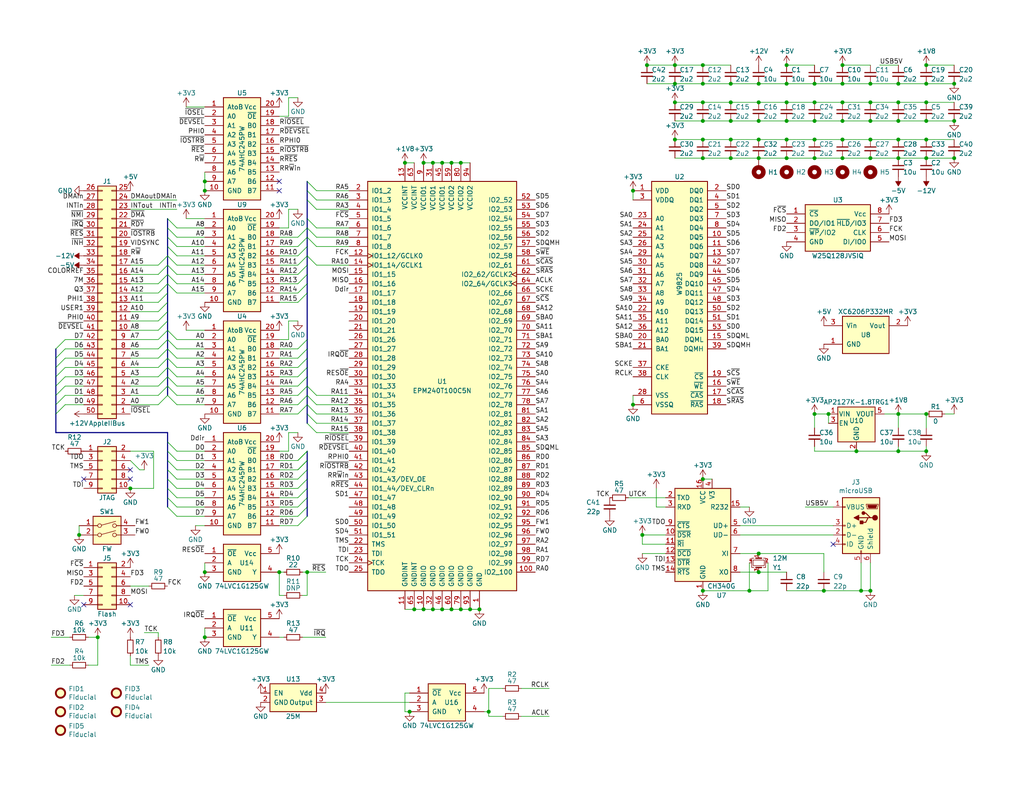
<source format=kicad_sch>
(kicad_sch (version 20230121) (generator eeschema)
  (paper "USLetter")
  (title_block (title "GR8RAM") (date "2021-04-20") (rev "1.9") (company "Garrett's Workshop"))
  (junction (at 214.63 27.94))
  (junction (at 224.79 161.29))
  (junction (at 214.63 17.78))
  (junction (at 191.77 43.18))
  (junction (at 207.01 151.13))
  (junction (at 55.88 173.99))
  (junction (at 111.76 194.31))
  (junction (at 191.77 38.1))
  (junction (at 229.87 38.1))
  (junction (at 191.77 33.02))
  (junction (at 55.88 52.07))
  (junction (at 115.57 166.37))
  (junction (at 237.49 22.86))
  (junction (at 245.11 33.02))
  (junction (at 245.11 123.19))
  (junction (at 214.63 38.1))
  (junction (at 21.59 146.05))
  (junction (at 115.57 44.45))
  (junction (at 222.25 27.94))
  (junction (at 245.11 27.94))
  (junction (at 128.27 166.37))
  (junction (at 245.11 38.1))
  (junction (at 123.19 166.37))
  (junction (at 252.73 22.86))
  (junction (at 184.15 27.94))
  (junction (at 237.49 27.94))
  (junction (at 110.49 44.45))
  (junction (at 222.25 33.02))
  (junction (at 207.01 22.86))
  (junction (at 76.2 156.21))
  (junction (at 118.11 166.37))
  (junction (at 184.15 38.1))
  (junction (at 35.56 133.35))
  (junction (at 118.11 44.45))
  (junction (at 207.01 33.02))
  (junction (at 184.15 17.78))
  (junction (at 260.35 22.86))
  (junction (at 26.67 173.99))
  (junction (at 252.73 43.18))
  (junction (at 199.39 27.94))
  (junction (at 113.03 166.37))
  (junction (at 233.68 123.19))
  (junction (at 252.73 33.02))
  (junction (at 252.73 113.03))
  (junction (at 229.87 22.86))
  (junction (at 120.65 166.37))
  (junction (at 123.19 44.45))
  (junction (at 125.73 166.37))
  (junction (at 204.47 161.29))
  (junction (at 237.49 33.02))
  (junction (at 55.88 49.53))
  (junction (at 214.63 33.02))
  (junction (at 199.39 43.18))
  (junction (at 245.11 113.03))
  (junction (at 237.49 43.18))
  (junction (at 191.77 161.29))
  (junction (at 172.72 52.07))
  (junction (at 207.01 38.1))
  (junction (at 133.35 194.31))
  (junction (at 222.25 113.03))
  (junction (at 191.77 130.81))
  (junction (at 229.87 33.02))
  (junction (at 176.53 17.78))
  (junction (at 83.82 156.21))
  (junction (at 229.87 27.94))
  (junction (at 191.77 22.86))
  (junction (at 120.65 44.45))
  (junction (at 207.01 156.21))
  (junction (at 199.39 22.86))
  (junction (at 55.88 156.21))
  (junction (at 199.39 38.1))
  (junction (at 260.35 33.02))
  (junction (at 252.73 27.94))
  (junction (at 229.87 17.78))
  (junction (at 252.73 38.1))
  (junction (at 214.63 22.86))
  (junction (at 214.63 43.18))
  (junction (at 172.72 110.49))
  (junction (at 222.25 22.86))
  (junction (at 252.73 17.78))
  (junction (at 207.01 27.94))
  (junction (at 237.49 38.1))
  (junction (at 184.15 22.86))
  (junction (at 175.26 146.05))
  (junction (at 237.49 161.29))
  (junction (at 191.77 27.94))
  (junction (at 245.11 22.86))
  (junction (at 234.95 161.29))
  (junction (at 199.39 33.02))
  (junction (at 130.81 166.37))
  (junction (at 260.35 43.18))
  (junction (at 245.11 43.18))
  (junction (at 207.01 43.18))
  (junction (at 191.77 17.78))
  (junction (at 226.06 113.03))
  (junction (at 222.25 38.1))
  (junction (at 229.87 43.18))
  (junction (at 125.73 44.45))
  (junction (at 252.73 123.19))
  (junction (at 222.25 43.18))
  (no_connect (at 22.86 165.1))
  (no_connect (at 227.33 148.59))
  (no_connect (at 22.86 130.81))
  (no_connect (at 76.2 52.07))
  (no_connect (at 35.56 165.1))
  (no_connect (at 35.56 128.27))
  (no_connect (at 35.56 130.81))
  (no_connect (at 76.2 49.53))
  (bus_entry (at 83.82 77.47) (size -2.54 2.54))
  (bus_entry (at 45.72 80.01) (size -2.54 2.54))
  (bus_entry (at 45.72 82.55) (size -2.54 2.54))
  (bus_entry (at 15.24 97.79) (size 2.54 -2.54))
  (bus_entry (at 81.28 100.33) (size 2.54 -2.54))
  (bus_entry (at 48.26 110.49) (size -2.54 -2.54))
  (bus_entry (at 81.28 140.97) (size 2.54 -2.54))
  (bus_entry (at 83.82 64.77) (size -2.54 2.54))
  (bus_entry (at 45.72 97.79) (size -2.54 2.54))
  (bus_entry (at 81.28 143.51) (size 2.54 -2.54))
  (bus_entry (at 81.28 128.27) (size 2.54 -2.54))
  (bus_entry (at 45.72 123.19) (size 2.54 2.54))
  (bus_entry (at 81.28 97.79) (size 2.54 -2.54))
  (bus_entry (at 45.72 77.47) (size -2.54 2.54))
  (bus_entry (at 83.82 67.31) (size -2.54 2.54))
  (bus_entry (at 81.28 105.41) (size 2.54 -2.54))
  (bus_entry (at 86.36 64.77) (size -2.54 -2.54))
  (bus_entry (at 45.72 72.39) (size 2.54 2.54))
  (bus_entry (at 86.36 57.15) (size -2.54 -2.54))
  (bus_entry (at 48.26 95.25) (size -2.54 -2.54))
  (bus_entry (at 86.36 115.57) (size -2.54 -2.54))
  (bus_entry (at 81.28 133.35) (size 2.54 -2.54))
  (bus_entry (at 45.72 77.47) (size 2.54 2.54))
  (bus_entry (at 15.24 107.95) (size 2.54 -2.54))
  (bus_entry (at 81.28 107.95) (size 2.54 -2.54))
  (bus_entry (at 45.72 107.95) (size -2.54 2.54))
  (bus_entry (at 45.72 102.87) (size -2.54 2.54))
  (bus_entry (at 45.72 72.39) (size -2.54 2.54))
  (bus_entry (at 45.72 64.77) (size 2.54 2.54))
  (bus_entry (at 45.72 85.09) (size -2.54 2.54))
  (bus_entry (at 81.28 128.27) (size 2.54 -2.54))
  (bus_entry (at 48.26 102.87) (size -2.54 -2.54))
  (bus_entry (at 48.26 97.79) (size -2.54 -2.54))
  (bus_entry (at 83.82 74.93) (size -2.54 2.54))
  (bus_entry (at 45.72 59.69) (size 2.54 2.54))
  (bus_entry (at 45.72 95.25) (size -2.54 2.54))
  (bus_entry (at 81.28 125.73) (size 2.54 -2.54))
  (bus_entry (at 45.72 120.65) (size 2.54 2.54))
  (bus_entry (at 15.24 102.87) (size 2.54 -2.54))
  (bus_entry (at 83.82 92.71) (size -2.54 2.54))
  (bus_entry (at 83.82 62.23) (size -2.54 2.54))
  (bus_entry (at 45.72 130.81) (size 2.54 2.54))
  (bus_entry (at 45.72 62.23) (size 2.54 2.54))
  (bus_entry (at 86.36 110.49) (size -2.54 -2.54))
  (bus_entry (at 45.72 67.31) (size 2.54 2.54))
  (bus_entry (at 15.24 100.33) (size 2.54 -2.54))
  (bus_entry (at 83.82 72.39) (size -2.54 2.54))
  (bus_entry (at 15.24 113.03) (size 2.54 -2.54))
  (bus_entry (at 45.72 128.27) (size 2.54 2.54))
  (bus_entry (at 83.82 69.85) (size -2.54 2.54))
  (bus_entry (at 86.36 72.39) (size -2.54 -2.54))
  (bus_entry (at 45.72 87.63) (size -2.54 2.54))
  (bus_entry (at 81.28 102.87) (size 2.54 -2.54))
  (bus_entry (at 86.36 67.31) (size -2.54 -2.54))
  (bus_entry (at 86.36 118.11) (size -2.54 -2.54))
  (bus_entry (at 15.24 95.25) (size 2.54 -2.54))
  (bus_entry (at 81.28 138.43) (size 2.54 -2.54))
  (bus_entry (at 45.72 125.73) (size 2.54 2.54))
  (bus_entry (at 45.72 90.17) (size -2.54 2.54))
  (bus_entry (at 83.82 80.01) (size -2.54 2.54))
  (bus_entry (at 86.36 62.23) (size -2.54 -2.54))
  (bus_entry (at 45.72 105.41) (size -2.54 2.54))
  (bus_entry (at 45.72 74.93) (size -2.54 2.54))
  (bus_entry (at 81.28 135.89) (size 2.54 -2.54))
  (bus_entry (at 45.72 69.85) (size -2.54 2.54))
  (bus_entry (at 48.26 105.41) (size -2.54 -2.54))
  (bus_entry (at 81.28 113.03) (size 2.54 -2.54))
  (bus_entry (at 48.26 92.71) (size -2.54 -2.54))
  (bus_entry (at 81.28 130.81) (size 2.54 -2.54))
  (bus_entry (at 45.72 138.43) (size 2.54 2.54))
  (bus_entry (at 48.26 107.95) (size -2.54 -2.54))
  (bus_entry (at 45.72 74.93) (size 2.54 2.54))
  (bus_entry (at 86.36 113.03) (size -2.54 -2.54))
  (bus_entry (at 45.72 100.33) (size -2.54 2.54))
  (bus_entry (at 15.24 110.49) (size 2.54 -2.54))
  (bus_entry (at 45.72 135.89) (size 2.54 2.54))
  (bus_entry (at 81.28 110.49) (size 2.54 -2.54))
  (bus_entry (at 86.36 52.07) (size -2.54 -2.54))
  (bus_entry (at 15.24 105.41) (size 2.54 -2.54))
  (bus_entry (at 86.36 54.61) (size -2.54 -2.54))
  (bus_entry (at 48.26 100.33) (size -2.54 -2.54))
  (bus_entry (at 45.72 92.71) (size -2.54 2.54))
  (bus_entry (at 45.72 69.85) (size 2.54 2.54))
  (bus_entry (at 81.28 125.73) (size 2.54 -2.54))
  (bus_entry (at 86.36 107.95) (size -2.54 -2.54))
  (bus_entry (at 45.72 133.35) (size 2.54 2.54))
  (wire (pts (xy 245.11 116.84) (xy 245.11 113.03)))
  (wire (pts (xy 172.72 110.49) (xy 172.72 107.95)))
  (wire (pts (xy 48.26 64.77) (xy 55.88 64.77)))
  (wire (pts (xy 234.95 161.29) (xy 224.79 161.29)))
  (bus (pts (xy 83.82 54.61) (xy 83.82 59.69)))
  (wire (pts (xy 175.26 151.13) (xy 181.61 151.13)))
  (wire (pts (xy 76.2 162.56) (xy 77.47 162.56)))
  (wire (pts (xy 214.63 17.78) (xy 222.25 17.78)))
  (wire (pts (xy 35.56 102.87) (xy 43.18 102.87)))
  (wire (pts (xy 43.18 172.72) (xy 39.37 172.72)))
  (bus (pts (xy 45.72 102.87) (xy 45.72 105.41)))
  (wire (pts (xy 13.97 181.61) (xy 19.05 181.61)))
  (wire (pts (xy 222.25 43.18) (xy 229.87 43.18)))
  (bus (pts (xy 83.82 80.01) (xy 83.82 92.71)))
  (wire (pts (xy 113.03 166.37) (xy 110.49 166.37)))
  (wire (pts (xy 237.49 153.67) (xy 237.49 161.29)))
  (wire (pts (xy 17.78 95.25) (xy 22.86 95.25)))
  (bus (pts (xy 45.72 95.25) (xy 45.72 97.79)))
  (bus (pts (xy 83.82 69.85) (xy 83.82 72.39)))
  (wire (pts (xy 222.25 27.94) (xy 229.87 27.94)))
  (bus (pts (xy 45.72 100.33) (xy 45.72 102.87)))
  (bus (pts (xy 15.24 113.03) (xy 15.24 118.11)))
  (wire (pts (xy 86.36 72.39) (xy 95.25 72.39)))
  (bus (pts (xy 83.82 49.53) (xy 83.82 52.07)))
  (wire (pts (xy 82.55 162.56) (xy 83.82 162.56)))
  (wire (pts (xy 76.2 143.51) (xy 81.28 143.51)))
  (wire (pts (xy 260.35 27.94) (xy 252.73 27.94)))
  (wire (pts (xy 35.56 87.63) (xy 43.18 87.63)))
  (wire (pts (xy 86.36 115.57) (xy 95.25 115.57)))
  (wire (pts (xy 86.36 52.07) (xy 95.25 52.07)))
  (wire (pts (xy 83.82 156.21) (xy 88.9 156.21)))
  (wire (pts (xy 184.15 38.1) (xy 191.77 38.1)))
  (wire (pts (xy 237.49 43.18) (xy 245.11 43.18)))
  (wire (pts (xy 171.45 135.89) (xy 181.61 135.89)))
  (wire (pts (xy 86.36 67.31) (xy 95.25 67.31)))
  (wire (pts (xy 82.55 156.21) (xy 83.82 156.21)))
  (wire (pts (xy 133.35 194.31) (xy 133.35 195.58)))
  (wire (pts (xy 245.11 123.19) (xy 233.68 123.19)))
  (wire (pts (xy 48.26 100.33) (xy 55.88 100.33)))
  (bus (pts (xy 83.82 72.39) (xy 83.82 74.93)))
  (wire (pts (xy 76.2 107.95) (xy 81.28 107.95)))
  (wire (pts (xy 86.36 57.15) (xy 95.25 57.15)))
  (wire (pts (xy 35.56 181.61) (xy 40.64 181.61)))
  (wire (pts (xy 48.26 135.89) (xy 55.88 135.89)))
  (wire (pts (xy 219.71 138.43) (xy 227.33 138.43)))
  (wire (pts (xy 214.63 43.18) (xy 222.25 43.18)))
  (wire (pts (xy 245.11 38.1) (xy 252.73 38.1)))
  (bus (pts (xy 45.72 82.55) (xy 45.72 85.09)))
  (wire (pts (xy 35.56 95.25) (xy 43.18 95.25)))
  (wire (pts (xy 204.47 153.67) (xy 204.47 161.29)))
  (wire (pts (xy 245.11 33.02) (xy 252.73 33.02)))
  (wire (pts (xy 110.49 194.31) (xy 111.76 194.31)))
  (bus (pts (xy 83.82 92.71) (xy 83.82 95.25)))
  (wire (pts (xy 222.25 113.03) (xy 226.06 113.03)))
  (wire (pts (xy 13.97 173.99) (xy 19.05 173.99)))
  (wire (pts (xy 48.26 130.81) (xy 55.88 130.81)))
  (wire (pts (xy 81.28 26.67) (xy 78.74 26.67)))
  (wire (pts (xy 222.25 123.19) (xy 222.25 121.92)))
  (wire (pts (xy 76.2 113.03) (xy 81.28 113.03)))
  (bus (pts (xy 83.82 130.81) (xy 83.82 133.35)))
  (wire (pts (xy 184.15 33.02) (xy 191.77 33.02)))
  (wire (pts (xy 191.77 22.86) (xy 199.39 22.86)))
  (wire (pts (xy 55.88 171.45) (xy 55.88 173.99)))
  (wire (pts (xy 78.74 118.11) (xy 81.28 118.11)))
  (bus (pts (xy 45.72 69.85) (xy 45.72 72.39)))
  (wire (pts (xy 199.39 27.94) (xy 207.01 27.94)))
  (wire (pts (xy 199.39 33.02) (xy 207.01 33.02)))
  (bus (pts (xy 83.82 77.47) (xy 83.82 80.01)))
  (wire (pts (xy 214.63 33.02) (xy 207.01 33.02)))
  (wire (pts (xy 191.77 27.94) (xy 199.39 27.94)))
  (wire (pts (xy 76.2 74.93) (xy 81.28 74.93)))
  (bus (pts (xy 83.82 64.77) (xy 83.82 67.31)))
  (wire (pts (xy 175.26 148.59) (xy 175.26 146.05)))
  (bus (pts (xy 83.82 95.25) (xy 83.82 97.79)))
  (wire (pts (xy 48.26 57.15) (xy 35.56 57.15)))
  (wire (pts (xy 76.2 138.43) (xy 81.28 138.43)))
  (wire (pts (xy 245.11 43.18) (xy 252.73 43.18)))
  (wire (pts (xy 48.26 125.73) (xy 55.88 125.73)))
  (wire (pts (xy 35.56 105.41) (xy 43.18 105.41)))
  (wire (pts (xy 48.26 140.97) (xy 55.88 140.97)))
  (bus (pts (xy 83.82 123.19) (xy 83.82 125.73)))
  (bus (pts (xy 83.82 105.41) (xy 83.82 107.95)))
  (wire (pts (xy 110.49 44.45) (xy 113.03 44.45)))
  (wire (pts (xy 20.32 162.56) (xy 22.86 162.56)))
  (bus (pts (xy 83.82 107.95) (xy 83.82 110.49)))
  (wire (pts (xy 50.8 29.21) (xy 55.88 29.21)))
  (wire (pts (xy 201.93 138.43) (xy 204.47 138.43)))
  (bus (pts (xy 15.24 95.25) (xy 15.24 97.79)))
  (bus (pts (xy 15.24 97.79) (xy 15.24 100.33)))
  (bus (pts (xy 83.82 59.69) (xy 83.82 62.23)))
  (bus (pts (xy 45.72 92.71) (xy 45.72 95.25)))
  (wire (pts (xy 224.79 161.29) (xy 214.63 161.29)))
  (bus (pts (xy 45.72 128.27) (xy 45.72 130.81)))
  (wire (pts (xy 76.2 64.77) (xy 81.28 64.77)))
  (wire (pts (xy 86.36 118.11) (xy 95.25 118.11)))
  (wire (pts (xy 237.49 22.86) (xy 245.11 22.86)))
  (wire (pts (xy 130.81 166.37) (xy 128.27 166.37)))
  (wire (pts (xy 48.26 62.23) (xy 55.88 62.23)))
  (wire (pts (xy 229.87 43.18) (xy 237.49 43.18)))
  (bus (pts (xy 83.82 74.93) (xy 83.82 77.47)))
  (wire (pts (xy 181.61 148.59) (xy 175.26 148.59)))
  (wire (pts (xy 48.26 102.87) (xy 55.88 102.87)))
  (wire (pts (xy 201.93 156.21) (xy 207.01 156.21)))
  (wire (pts (xy 38.1 128.27) (xy 35.56 125.73)))
  (wire (pts (xy 111.76 189.23) (xy 110.49 189.23)))
  (wire (pts (xy 111.76 191.77) (xy 88.9 191.77)))
  (wire (pts (xy 41.91 123.19) (xy 35.56 123.19)))
  (wire (pts (xy 41.91 123.19) (xy 41.91 133.35)))
  (wire (pts (xy 252.73 113.03) (xy 245.11 113.03)))
  (bus (pts (xy 45.72 125.73) (xy 45.72 128.27)))
  (bus (pts (xy 15.24 102.87) (xy 15.24 105.41)))
  (wire (pts (xy 76.2 140.97) (xy 81.28 140.97)))
  (wire (pts (xy 179.07 138.43) (xy 181.61 138.43)))
  (wire (pts (xy 76.2 69.85) (xy 81.28 69.85)))
  (wire (pts (xy 35.56 85.09) (xy 43.18 85.09)))
  (wire (pts (xy 78.74 92.71) (xy 76.2 92.71)))
  (wire (pts (xy 17.78 107.95) (xy 22.86 107.95)))
  (wire (pts (xy 245.11 33.02) (xy 237.49 33.02)))
  (bus (pts (xy 45.72 64.77) (xy 45.72 67.31)))
  (wire (pts (xy 209.55 153.67) (xy 209.55 161.29)))
  (wire (pts (xy 39.37 128.27) (xy 38.1 128.27)))
  (wire (pts (xy 35.56 90.17) (xy 43.18 90.17)))
  (wire (pts (xy 48.26 80.01) (xy 55.88 80.01)))
  (wire (pts (xy 207.01 22.86) (xy 214.63 22.86)))
  (wire (pts (xy 237.49 38.1) (xy 245.11 38.1)))
  (wire (pts (xy 184.15 17.78) (xy 191.77 17.78)))
  (wire (pts (xy 191.77 17.78) (xy 199.39 17.78)))
  (wire (pts (xy 133.35 195.58) (xy 137.16 195.58)))
  (wire (pts (xy 229.87 22.86) (xy 237.49 22.86)))
  (wire (pts (xy 78.74 87.63) (xy 78.74 92.71)))
  (wire (pts (xy 35.56 110.49) (xy 43.18 110.49)))
  (wire (pts (xy 76.2 105.41) (xy 81.28 105.41)))
  (wire (pts (xy 48.26 72.39) (xy 55.88 72.39)))
  (wire (pts (xy 214.63 38.1) (xy 222.25 38.1)))
  (wire (pts (xy 191.77 161.29) (xy 204.47 161.29)))
  (wire (pts (xy 17.78 105.41) (xy 22.86 105.41)))
  (wire (pts (xy 76.2 130.81) (xy 81.28 130.81)))
  (wire (pts (xy 48.26 67.31) (xy 55.88 67.31)))
  (bus (pts (xy 45.72 87.63) (xy 45.72 90.17)))
  (wire (pts (xy 245.11 113.03) (xy 241.3 113.03)))
  (wire (pts (xy 76.2 156.21) (xy 76.2 162.56)))
  (wire (pts (xy 78.74 57.15) (xy 78.74 62.23)))
  (wire (pts (xy 48.26 123.19) (xy 55.88 123.19)))
  (wire (pts (xy 17.78 100.33) (xy 22.86 100.33)))
  (bus (pts (xy 45.72 133.35) (xy 45.72 135.89)))
  (wire (pts (xy 120.65 44.45) (xy 123.19 44.45)))
  (wire (pts (xy 191.77 43.18) (xy 199.39 43.18)))
  (wire (pts (xy 48.26 95.25) (xy 55.88 95.25)))
  (wire (pts (xy 234.95 153.67) (xy 234.95 161.29)))
  (bus (pts (xy 45.72 130.81) (xy 45.72 133.35)))
  (bus (pts (xy 45.72 135.89) (xy 45.72 138.43)))
  (bus (pts (xy 45.72 67.31) (xy 45.72 69.85)))
  (bus (pts (xy 45.72 72.39) (xy 45.72 74.93)))
  (wire (pts (xy 82.55 173.99) (xy 88.9 173.99)))
  (wire (pts (xy 76.2 128.27) (xy 81.28 128.27)))
  (bus (pts (xy 45.72 97.79) (xy 45.72 100.33)))
  (wire (pts (xy 35.56 181.61) (xy 35.56 179.07)))
  (wire (pts (xy 118.11 44.45) (xy 120.65 44.45)))
  (wire (pts (xy 176.53 17.78) (xy 184.15 17.78)))
  (wire (pts (xy 35.56 107.95) (xy 43.18 107.95)))
  (wire (pts (xy 172.72 52.07) (xy 172.72 54.61)))
  (wire (pts (xy 76.2 72.39) (xy 81.28 72.39)))
  (wire (pts (xy 252.73 17.78) (xy 260.35 17.78)))
  (wire (pts (xy 252.73 123.19) (xy 252.73 121.92)))
  (bus (pts (xy 83.82 128.27) (xy 83.82 130.81)))
  (wire (pts (xy 133.35 194.31) (xy 132.08 194.31)))
  (wire (pts (xy 76.2 95.25) (xy 81.28 95.25)))
  (wire (pts (xy 76.2 100.33) (xy 81.28 100.33)))
  (wire (pts (xy 48.26 128.27) (xy 55.88 128.27)))
  (bus (pts (xy 83.82 102.87) (xy 83.82 105.41)))
  (bus (pts (xy 83.82 138.43) (xy 83.82 140.97)))
  (bus (pts (xy 45.72 123.19) (xy 45.72 125.73)))
  (wire (pts (xy 199.39 33.02) (xy 191.77 33.02)))
  (wire (pts (xy 48.26 105.41) (xy 55.88 105.41)))
  (wire (pts (xy 78.74 26.67) (xy 78.74 31.75)))
  (wire (pts (xy 76.2 67.31) (xy 81.28 67.31)))
  (wire (pts (xy 35.56 97.79) (xy 43.18 97.79)))
  (wire (pts (xy 17.78 110.49) (xy 22.86 110.49)))
  (wire (pts (xy 35.56 54.61) (xy 48.26 54.61)))
  (bus (pts (xy 45.72 59.69) (xy 45.72 62.23)))
  (wire (pts (xy 86.36 54.61) (xy 95.25 54.61)))
  (wire (pts (xy 83.82 162.56) (xy 83.82 156.21)))
  (wire (pts (xy 199.39 38.1) (xy 207.01 38.1)))
  (wire (pts (xy 227.33 143.51) (xy 201.93 143.51)))
  (wire (pts (xy 207.01 27.94) (xy 214.63 27.94)))
  (wire (pts (xy 81.28 87.63) (xy 78.74 87.63)))
  (wire (pts (xy 214.63 22.86) (xy 222.25 22.86)))
  (wire (pts (xy 252.73 116.84) (xy 252.73 113.03)))
  (wire (pts (xy 24.13 181.61) (xy 26.67 181.61)))
  (bus (pts (xy 45.72 120.65) (xy 45.72 123.19)))
  (bus (pts (xy 83.82 67.31) (xy 83.82 69.85)))
  (wire (pts (xy 224.79 151.13) (xy 224.79 156.21)))
  (wire (pts (xy 245.11 123.19) (xy 252.73 123.19)))
  (wire (pts (xy 207.01 43.18) (xy 214.63 43.18)))
  (wire (pts (xy 237.49 27.94) (xy 245.11 27.94)))
  (wire (pts (xy 207.01 156.21) (xy 214.63 156.21)))
  (wire (pts (xy 76.2 125.73) (xy 81.28 125.73)))
  (wire (pts (xy 125.73 44.45) (xy 128.27 44.45)))
  (wire (pts (xy 133.35 187.96) (xy 133.35 194.31)))
  (wire (pts (xy 50.8 59.69) (xy 55.88 59.69)))
  (wire (pts (xy 76.2 97.79) (xy 81.28 97.79)))
  (wire (pts (xy 77.47 156.21) (xy 76.2 156.21)))
  (wire (pts (xy 86.36 113.03) (xy 95.25 113.03)))
  (bus (pts (xy 83.82 62.23) (xy 83.82 64.77)))
  (wire (pts (xy 76.2 102.87) (xy 81.28 102.87)))
  (wire (pts (xy 252.73 43.18) (xy 260.35 43.18)))
  (wire (pts (xy 222.25 33.02) (xy 229.87 33.02)))
  (wire (pts (xy 35.56 77.47) (xy 43.18 77.47)))
  (bus (pts (xy 83.82 52.07) (xy 83.82 54.61)))
  (wire (pts (xy 209.55 161.29) (xy 204.47 161.29)))
  (wire (pts (xy 78.74 62.23) (xy 76.2 62.23)))
  (wire (pts (xy 86.36 62.23) (xy 95.25 62.23)))
  (bus (pts (xy 83.82 133.35) (xy 83.82 135.89)))
  (wire (pts (xy 76.2 82.55) (xy 81.28 82.55)))
  (wire (pts (xy 142.24 195.58) (xy 149.86 195.58)))
  (bus (pts (xy 15.24 105.41) (xy 15.24 107.95)))
  (wire (pts (xy 175.26 146.05) (xy 181.61 146.05)))
  (wire (pts (xy 35.56 80.01) (xy 43.18 80.01)))
  (wire (pts (xy 245.11 17.78) (xy 240.03 17.78)))
  (bus (pts (xy 45.72 77.47) (xy 45.72 80.01)))
  (wire (pts (xy 77.47 173.99) (xy 76.2 173.99)))
  (wire (pts (xy 76.2 110.49) (xy 81.28 110.49)))
  (bus (pts (xy 45.72 80.01) (xy 45.72 82.55)))
  (wire (pts (xy 260.35 113.03) (xy 257.81 113.03)))
  (wire (pts (xy 201.93 146.05) (xy 227.33 146.05)))
  (wire (pts (xy 53.34 143.51) (xy 55.88 143.51)))
  (wire (pts (xy 229.87 27.94) (xy 237.49 27.94)))
  (wire (pts (xy 245.11 27.94) (xy 252.73 27.94)))
  (wire (pts (xy 222.25 123.19) (xy 233.68 123.19)))
  (wire (pts (xy 176.53 22.86) (xy 184.15 22.86)))
  (wire (pts (xy 201.93 151.13) (xy 207.01 151.13)))
  (wire (pts (xy 48.26 92.71) (xy 55.88 92.71)))
  (wire (pts (xy 110.49 189.23) (xy 110.49 194.31)))
  (bus (pts (xy 45.72 105.41) (xy 45.72 107.95)))
  (wire (pts (xy 40.64 160.02) (xy 35.56 160.02)))
  (wire (pts (xy 35.56 100.33) (xy 43.18 100.33)))
  (wire (pts (xy 24.13 173.99) (xy 26.67 173.99)))
  (wire (pts (xy 184.15 43.18) (xy 191.77 43.18)))
  (bus (pts (xy 83.82 113.03) (xy 83.82 115.57)))
  (wire (pts (xy 43.18 172.72) (xy 43.18 173.99)))
  (bus (pts (xy 45.72 118.11) (xy 45.72 120.65)))
  (wire (pts (xy 76.2 77.47) (xy 81.28 77.47)))
  (bus (pts (xy 15.24 100.33) (xy 15.24 102.87)))
  (wire (pts (xy 76.2 135.89) (xy 81.28 135.89)))
  (bus (pts (xy 83.82 135.89) (xy 83.82 138.43)))
  (wire (pts (xy 76.2 80.01) (xy 81.28 80.01)))
  (wire (pts (xy 86.36 107.95) (xy 95.25 107.95)))
  (wire (pts (xy 55.88 49.53) (xy 55.88 52.07)))
  (bus (pts (xy 83.82 125.73) (xy 83.82 128.27)))
  (bus (pts (xy 83.82 97.79) (xy 83.82 100.33)))
  (wire (pts (xy 78.74 31.75) (xy 76.2 31.75)))
  (wire (pts (xy 48.26 107.95) (xy 55.88 107.95)))
  (wire (pts (xy 123.19 166.37) (xy 120.65 166.37)))
  (wire (pts (xy 21.59 143.51) (xy 21.59 146.05)))
  (wire (pts (xy 199.39 43.18) (xy 207.01 43.18)))
  (wire (pts (xy 78.74 123.19) (xy 78.74 118.11)))
  (wire (pts (xy 142.24 187.96) (xy 149.86 187.96)))
  (wire (pts (xy 55.88 153.67) (xy 55.88 156.21)))
  (wire (pts (xy 35.56 82.55) (xy 43.18 82.55)))
  (wire (pts (xy 125.73 166.37) (xy 123.19 166.37)))
  (bus (pts (xy 83.82 100.33) (xy 83.82 102.87)))
  (wire (pts (xy 86.36 64.77) (xy 95.25 64.77)))
  (wire (pts (xy 207.01 151.13) (xy 224.79 151.13)))
  (wire (pts (xy 81.28 57.15) (xy 78.74 57.15)))
  (wire (pts (xy 226.06 113.03) (xy 226.06 115.57)))
  (wire (pts (xy 128.27 166.37) (xy 125.73 166.37)))
  (wire (pts (xy 76.2 133.35) (xy 81.28 133.35)))
  (wire (pts (xy 222.25 33.02) (xy 214.63 33.02)))
  (wire (pts (xy 115.57 166.37) (xy 113.03 166.37)))
  (bus (pts (xy 45.72 90.17) (xy 45.72 92.71)))
  (wire (pts (xy 191.77 38.1) (xy 199.39 38.1)))
  (wire (pts (xy 133.35 187.96) (xy 137.16 187.96)))
  (wire (pts (xy 123.19 44.45) (xy 125.73 44.45)))
  (wire (pts (xy 50.8 90.17) (xy 55.88 90.17)))
  (wire (pts (xy 35.56 72.39) (xy 43.18 72.39)))
  (wire (pts (xy 48.26 97.79) (xy 55.88 97.79)))
  (wire (pts (xy 17.78 92.71) (xy 22.86 92.71)))
  (bus (pts (xy 15.24 107.95) (xy 15.24 110.49)))
  (wire (pts (xy 35.56 74.93) (xy 43.18 74.93)))
  (wire (pts (xy 86.36 110.49) (xy 95.25 110.49)))
  (wire (pts (xy 252.73 22.86) (xy 260.35 22.86)))
  (wire (pts (xy 76.2 123.19) (xy 78.74 123.19)))
  (wire (pts (xy 260.35 33.02) (xy 252.73 33.02)))
  (bus (pts (xy 45.72 118.11) (xy 15.24 118.11)))
  (wire (pts (xy 115.57 44.45) (xy 118.11 44.45)))
  (wire (pts (xy 194.31 130.81) (xy 191.77 130.81)))
  (wire (pts (xy 48.26 74.93) (xy 55.88 74.93)))
  (wire (pts (xy 48.26 77.47) (xy 55.88 77.47)))
  (wire (pts (xy 229.87 38.1) (xy 237.49 38.1)))
  (bus (pts (xy 45.72 62.23) (xy 45.72 64.77)))
  (bus (pts (xy 45.72 85.09) (xy 45.72 87.63)))
  (wire (pts (xy 245.11 22.86) (xy 252.73 22.86)))
  (wire (pts (xy 48.26 69.85) (xy 55.88 69.85)))
  (wire (pts (xy 222.25 113.03) (xy 222.25 116.84)))
  (wire (pts (xy 17.78 102.87) (xy 22.86 102.87)))
  (bus (pts (xy 83.82 110.49) (xy 83.82 113.03)))
  (wire (pts (xy 17.78 97.79) (xy 22.86 97.79)))
  (wire (pts (xy 245.11 123.19) (xy 245.11 121.92)))
  (wire (pts (xy 207.01 38.1) (xy 214.63 38.1)))
  (wire (pts (xy 55.88 46.99) (xy 55.88 49.53)))
  (bus (pts (xy 45.72 74.93) (xy 45.72 77.47)))
  (wire (pts (xy 222.25 22.86) (xy 229.87 22.86)))
  (wire (pts (xy 48.26 138.43) (xy 55.88 138.43)))
  (wire (pts (xy 222.25 38.1) (xy 229.87 38.1)))
  (wire (pts (xy 26.67 181.61) (xy 26.67 173.99)))
  (wire (pts (xy 252.73 38.1) (xy 260.35 38.1)))
  (wire (pts (xy 184.15 22.86) (xy 191.77 22.86)))
  (wire (pts (xy 48.26 133.35) (xy 55.88 133.35)))
  (wire (pts (xy 179.07 138.43) (xy 179.07 133.35)))
  (wire (pts (xy 41.91 133.35) (xy 35.56 133.35)))
  (wire (pts (xy 48.26 110.49) (xy 55.88 110.49)))
  (wire (pts (xy 214.63 27.94) (xy 222.25 27.94)))
  (wire (pts (xy 207.01 22.86) (xy 199.39 22.86)))
  (wire (pts (xy 229.87 17.78) (xy 237.49 17.78)))
  (wire (pts (xy 120.65 166.37) (xy 118.11 166.37)))
  (bus (pts (xy 15.24 110.49) (xy 15.24 113.03)))
  (wire (pts (xy 35.56 92.71) (xy 43.18 92.71)))
  (wire (pts (xy 118.11 166.37) (xy 115.57 166.37)))
  (wire (pts (xy 237.49 33.02) (xy 229.87 33.02)))
  (wire (pts (xy 237.49 161.29) (xy 234.95 161.29)))
  (wire (pts (xy 184.15 27.94) (xy 191.77 27.94)))
  (label "SD5" (at 146.05 54.61 0))
  (label "SA3" (at 146.05 120.65 0))
  (label "RA7" (at 76.2 113.03 0))
  (label "MOSI" (at 242.57 66.04 0))
  (label "A4" (at 35.56 100.33 0))
  (label "RD7" (at 76.2 143.51 0))
  (label "RA4" (at 95.25 105.41 180))
  (label "SD1" (at 198.12 54.61 0))
  (label "USB5V" (at 219.71 138.43 0))
  (label "RA1" (at 146.05 151.13 0))
  (label "A5" (at 35.56 97.79 0))
  (label "FW1" (at 146.05 143.51 0))
  (label "PHI1" (at 22.86 82.55 180))
  (label "FCK" (at 242.57 63.5 0))
  (label "RA6" (at 76.2 110.49 0))
  (label "RD3" (at 146.05 133.35 0))
  (label "~{IRQ}" (at 22.86 62.23 180))
  (label "SCKE" (at 172.72 100.33 180))
  (label "D6" (at 22.86 95.25 180))
  (label "RCLK" (at 149.86 187.96 180))
  (label "SD0" (at 198.12 52.07 0))
  (label "F~{CS}" (at 95.25 59.69 180))
  (label "SD7" (at 146.05 59.69 0))
  (label "A2" (at 55.88 97.79 180))
  (label "SD5" (at 198.12 64.77 0))
  (label "F~{CS}" (at 214.63 58.42 180))
  (label "D1" (at 55.88 125.73 180))
  (label "SD3" (at 198.12 59.69 0))
  (label "D5" (at 22.86 97.79 180))
  (label "A5" (at 55.88 105.41 180))
  (label "~{NMI}" (at 22.86 59.69 180))
  (label "SD1" (at 198.12 87.63 0))
  (label "A14" (at 55.88 77.47 180))
  (label "RA11" (at 90.17 107.95 0))
  (label "~{IOSTRB}" (at 35.56 64.77 0))
  (label "RD6" (at 146.05 140.97 0))
  (label "FW1" (at 36.83 143.51 0))
  (label "RD3" (at 76.2 133.35 0))
  (label "ACLK" (at 146.05 77.47 0))
  (label "~{RDY}" (at 35.56 62.23 0))
  (label "RA13" (at 76.2 77.47 0))
  (label "~{RES}" (at 88.9 156.21 180))
  (label "R~{IOSEL}" (at 95.25 120.65 180))
  (label "Ddir" (at 55.88 120.65 180))
  (label "ACLK" (at 149.86 195.58 180))
  (label "TDO" (at 95.25 156.21 180))
  (label "RA13" (at 90.17 113.03 0))
  (label "SA11" (at 146.05 90.17 0))
  (label "SA10" (at 146.05 97.79 0))
  (label "A13" (at 55.88 74.93 180))
  (label "RD1" (at 146.05 128.27 0))
  (label "D7" (at 22.86 92.71 180))
  (label "A9" (at 55.88 64.77 180))
  (label "IRQ~{OE}" (at 55.88 168.91 180))
  (label "SA10" (at 172.72 85.09 180))
  (label "A2" (at 35.56 105.41 0))
  (label "A10" (at 35.56 85.09 0))
  (label "UTCK" (at 171.45 135.89 0))
  (label "A8" (at 35.56 90.17 0))
  (label "RA12" (at 76.2 74.93 0))
  (label "SD0" (at 95.25 143.51 180))
  (label "A10" (at 55.88 67.31 180))
  (label "RA8" (at 95.25 64.77 180))
  (label "TDI" (at 22.86 133.35 180))
  (label "TDO" (at 22.86 125.73 180))
  (label "SA1" (at 172.72 62.23 180))
  (label "RA9" (at 95.25 67.31 180))
  (label "SD5" (at 198.12 77.47 0))
  (label "RD4" (at 76.2 135.89 0))
  (label "MISO" (at 95.25 77.47 180))
  (label "SBA1" (at 146.05 92.71 0))
  (label "RA8" (at 76.2 64.77 0))
  (label "7M" (at 22.86 77.47 180))
  (label "INTin" (at 22.86 57.15 180))
  (label "RPHI0" (at 76.2 39.37 0))
  (label "RA9" (at 76.2 67.31 0))
  (label "FD2" (at 13.97 181.61 0))
  (label "SA9" (at 146.05 95.25 0))
  (label "SA9" (at 172.72 82.55 180))
  (label "SA11" (at 172.72 87.63 180))
  (label "SDQMH" (at 146.05 67.31 0))
  (label "D6" (at 55.88 138.43 180))
  (label "D3" (at 55.88 130.81 180))
  (label "R~{W}" (at 55.88 44.45 180))
  (label "RA12" (at 90.17 110.49 0))
  (label "RA11" (at 76.2 72.39 0))
  (label "SCKE" (at 146.05 80.01 0))
  (label "RD2" (at 146.05 130.81 0))
  (label "SBA1" (at 172.72 95.25 180))
  (label "A11" (at 55.88 69.85 180))
  (label "SA8" (at 146.05 100.33 0))
  (label "RA5" (at 76.2 107.95 0))
  (label "FD2" (at 22.86 160.02 180))
  (label "RA0" (at 146.05 156.21 0))
  (label "TCK" (at 166.37 135.89 180))
  (label "RR~{W}in" (at 95.25 130.81 180))
  (label "Q3" (at 22.86 80.01 180))
  (label "SD7" (at 198.12 69.85 0))
  (label "SBA0" (at 146.05 87.63 0))
  (label "SA6" (at 146.05 107.95 0))
  (label "FW0" (at 36.83 146.05 0))
  (label "Ddir" (at 95.25 80.01 180))
  (label "R~{RES}" (at 95.25 133.35 180))
  (label "SA4" (at 172.72 69.85 180))
  (label "A1" (at 55.88 95.25 180))
  (label "RA10" (at 95.25 72.39 180))
  (label "FD2" (at 214.63 63.5 180))
  (label "INTout" (at 35.56 57.15 0))
  (label "A15" (at 55.88 80.01 180))
  (label "TCK" (at 17.78 123.19 180))
  (label "SD3" (at 198.12 82.55 0))
  (label "D4" (at 55.88 133.35 180))
  (label "SD0" (at 198.12 90.17 0))
  (label "A0" (at 55.88 92.71 180))
  (label "D3" (at 22.86 102.87 180))
  (label "SD4" (at 95.25 146.05 180))
  (label "PHI0" (at 55.88 36.83 180))
  (label "RA2" (at 76.2 100.33 0))
  (label "RD0" (at 146.05 125.73 0))
  (label "RD0" (at 76.2 125.73 0))
  (label "SA2" (at 146.05 115.57 0))
  (label "RES~{OE}" (at 55.88 151.13 180))
  (label "S~{CS}" (at 146.05 82.55 0))
  (label "SA8" (at 172.72 80.01 180))
  (label "RA6" (at 95.25 54.61 180))
  (label "R~{IOSEL}" (at 76.2 34.29 0))
  (label "A7" (at 35.56 92.71 0))
  (label "S~{CAS}" (at 146.05 72.39 0))
  (label "TCK" (at 39.37 172.72 0))
  (label "A13" (at 35.56 77.47 0))
  (label "A15" (at 35.56 72.39 0))
  (label "TDI" (at 95.25 151.13 180))
  (label "MOSI" (at 35.56 162.56 0))
  (label "MISO" (at 22.86 157.48 180))
  (label "~{DEVSEL}" (at 22.86 90.17 180))
  (label "TCK" (at 95.25 153.67 180))
  (label "SA7" (at 172.72 77.47 180))
  (label "RA1" (at 76.2 97.79 0))
  (label "RD5" (at 76.2 138.43 0))
  (label "RA5" (at 95.25 52.07 180))
  (label "D7" (at 55.88 140.97 180))
  (label "SA12" (at 172.72 90.17 180))
  (label "SA12" (at 146.05 85.09 0))
  (label "SA6" (at 172.72 74.93 180))
  (label "A3" (at 55.88 100.33 180))
  (label "RA3" (at 95.25 57.15 180))
  (label "F~{CS}" (at 22.86 154.94 180))
  (label "SD2" (at 198.12 85.09 0))
  (label "RCLK" (at 172.72 102.87 180))
  (label "D0" (at 22.86 110.49 180))
  (label "TMS" (at 181.61 156.21 180))
  (label "SDQMH" (at 198.12 95.25 0))
  (label "RR~{W}in" (at 76.2 46.99 0))
  (label "~{DMA}" (at 35.56 59.69 0))
  (label "RD4" (at 146.05 135.89 0))
  (label "SD1" (at 95.25 135.89 180))
  (label "R~{DEVSEL}" (at 95.25 123.19 180))
  (label "A7" (at 55.88 110.49 180))
  (label "TMS" (at 95.25 148.59 180))
  (label "RD2" (at 76.2 130.81 0))
  (label "A12" (at 35.56 80.01 0))
  (label "SA0" (at 172.72 59.69 180))
  (label "TDI" (at 181.61 153.67 180))
  (label "~{IOSEL}" (at 35.56 113.03 0))
  (label "FD3" (at 13.97 173.99 0))
  (label "SDQML" (at 146.05 123.19 0))
  (label "RPHI0" (at 95.25 125.73 180))
  (label "USB5V" (at 240.03 17.78 0))
  (label "SD2" (at 198.12 57.15 0))
  (label "TDO" (at 181.61 143.51 180))
  (label "SA3" (at 172.72 67.31 180))
  (label "DMAin" (at 22.86 54.61 180))
  (label "RA7" (at 95.25 62.23 180))
  (label "SA7" (at 146.05 110.49 0))
  (label "FW0" (at 146.05 146.05 0))
  (label "SA4" (at 146.05 105.41 0))
  (label "RD6" (at 76.2 140.97 0))
  (label "SA5" (at 146.05 118.11 0))
  (label "TMS" (at 22.86 128.27 180))
  (label "A9" (at 35.56 87.63 0))
  (label "FD3" (at 35.56 157.48 0))
  (label "RA10" (at 76.2 69.85 0))
  (label "RES~{OE}" (at 95.25 102.87 180))
  (label "S~{CS}" (at 198.12 102.87 0))
  (label "RA2" (at 146.05 148.59 0))
  (label "D5" (at 55.88 135.89 180))
  (label "A1" (at 35.56 107.95 0))
  (label "RA15" (at 90.17 118.11 0))
  (label "SA0" (at 146.05 102.87 0))
  (label "~{IRQ}" (at 88.9 173.99 180))
  (label "TMS" (at 40.64 181.61 180))
  (label "A6" (at 55.88 107.95 180))
  (label "A0" (at 35.56 110.49 0))
  (label "SD2" (at 146.05 64.77 0))
  (label "SBA0" (at 172.72 92.71 180))
  (label "DMAout" (at 35.56 54.61 0))
  (label "SA2" (at 172.72 64.77 180))
  (label "~{IOSTRB}" (at 55.88 39.37 180))
  (label "RA3" (at 76.2 102.87 0))
  (label "MOSI" (at 95.25 74.93 180))
  (label "SD6" (at 198.12 67.31 0))
  (label "~{RES}" (at 55.88 41.91 180))
  (label "SD3" (at 146.05 62.23 0))
  (label "R~{W}" (at 35.56 69.85 0))
  (label "~{RES}" (at 22.86 64.77 180))
  (label "S~{RAS}" (at 198.12 110.49 0))
  (label "SD4" (at 198.12 80.01 0))
  (label "RD1" (at 76.2 128.27 0))
  (label "DMAin" (at 48.26 54.61 180))
  (label "A3" (at 35.56 102.87 0))
  (label "S~{RAS}" (at 146.05 74.93 0))
  (label "RA14" (at 76.2 80.01 0))
  (label "R~{IOSTRB}" (at 76.2 41.91 0))
  (label "SDQML" (at 198.12 92.71 0))
  (label "A4" (at 55.88 102.87 180))
  (label "FD3" (at 242.57 60.96 0))
  (label "RD7" (at 146.05 153.67 0))
  (label "SA5" (at 172.72 72.39 180))
  (label "SD6" (at 198.12 74.93 0))
  (label "R~{DEVSEL}" (at 76.2 36.83 0))
  (label "A14" (at 35.56 74.93 0))
  (label "RA0" (at 76.2 95.25 0))
  (label "A6" (at 35.56 95.25 0))
  (label "~{IOSEL}" (at 55.88 31.75 180))
  (label "D2" (at 55.88 128.27 180))
  (label "SD6" (at 146.05 57.15 0))
  (label "D1" (at 22.86 107.95 180))
  (label "SD7" (at 198.12 72.39 0))
  (label "D2" (at 22.86 105.41 180))
  (label "COLORREF" (at 22.86 74.93 180))
  (label "FCK" (at 45.72 160.02 0))
  (label "D4" (at 22.86 100.33 180))
  (label "RA4" (at 76.2 105.41 0))
  (label "RD5" (at 146.05 138.43 0))
  (label "~{INH}" (at 22.86 67.31 180))
  (label "FCK" (at 95.25 69.85 180))
  (label "SD4" (at 198.12 62.23 0))
  (label "S~{WE}" (at 198.12 105.41 0))
  (label "SA1" (at 146.05 113.03 0))
  (label "INTin" (at 48.26 57.15 180))
  (label "S~{WE}" (at 146.05 69.85 0))
  (label "PHI0" (at 22.86 87.63 180))
  (label "R~{RES}" (at 76.2 44.45 0))
  (label "MISO" (at 214.63 60.96 180))
  (label "A12" (at 55.88 72.39 180))
  (label "~{DEVSEL}" (at 55.88 34.29 180))
  (label "USER1" (at 22.86 85.09 180))
  (label "R~{IOSTRB}" (at 95.25 128.27 180))
  (label "S~{CAS}" (at 198.12 107.95 0))
  (label "A11" (at 35.56 82.55 0))
  (label "RA15" (at 76.2 82.55 0))
  (label "D0" (at 55.88 123.19 180))
  (label "A8" (at 55.88 62.23 180))
  (label "RA14" (at 90.17 115.57 0))
  (label "IRQ~{OE}" (at 95.25 97.79 180))
  (label "VIDSYNC" (at 35.56 67.31 0))
  (symbol (lib_id "Device:C_Small") (at 237.49 20.32 0) (unit 1)
    (property "Reference" "C11" (at 238.76 19.05 0) (effects (justify left)))
    (property "Value" "10u" (at 238.76 21.59 0) (effects (justify left)))
    (property "Footprint" "stdpads:C_0805" (effects hide))
    (property "LCSC Part" "C15850" (effects hide))
  )
  (symbol (lib_id "Connector_Generic:Conn_02x25_Counter_Clockwise") (at 30.48 82.55 180) (unit 1)
    (property "Reference" "J1" (at 29.21 49.53 0))
    (property "Value" "AppleIIBus" (at 29.21 115.57 0))
    (property "Footprint" "stdpads:AppleIIBus_Edge" (effects hide))
  )
  (symbol (lib_id "power:-12V") (at 22.86 69.85 90) (unit 1)
    (property "Reference" "#PWR0102" (effects hide))
    (property "Value" "-12V" (at 20.32 69.85 90) (effects (justify left)))
  )
  (symbol (lib_id "power:-5V") (at 22.86 72.39 90) (unit 1)
    (property "Reference" "#PWR0101" (effects hide))
    (property "Value" "-5V" (at 20.32 72.39 90) (effects (justify left)))
  )
  (symbol (lib_id "power:GND") (at 22.86 52.07 270) (mirror x) (unit 1)
    (property "Reference" "#PWR0108" (effects hide))
    (property "Value" "GND" (at 17.78 52.07 90))
  )
  (symbol (lib_id "Device:C_Small") (at 245.11 45.72 0) (unit 1)
    (property "Reference" "C3" (at 246.38 44.45 0) (effects (justify left)))
    (property "Value" "10u" (at 246.38 46.99 0) (effects (justify left)))
    (property "Footprint" "stdpads:C_0805" (effects hide))
    (property "LCSC Part" "C15850" (effects hide))
  )
  (symbol (lib_id "power:-5V") (at 245.11 48.26 180) (unit 1)
    (property "Reference" "#PWR0112" (effects hide))
    (property "Value" "-5V" (at 245.11 52.07 0))
  )
  (symbol (lib_id "Mechanical:Fiducial") (at 16.51 194.31 0) (unit 1)
    (property "Reference" "FID2" (at 18.669 193.1416 0) (effects (justify left)))
    (property "Value" "Fiducial" (at 18.669 195.453 0) (effects (justify left)))
    (property "Footprint" "stdpads:Fiducial" (effects hide))
  )
  (symbol (lib_id "Mechanical:Fiducial") (at 31.75 189.23 0) (unit 1)
    (property "Reference" "FID3" (at 33.909 188.0616 0) (effects (justify left)))
    (property "Value" "Fiducial" (at 33.909 190.373 0) (effects (justify left)))
    (property "Footprint" "stdpads:Fiducial" (effects hide))
  )
  (symbol (lib_id "Connector_Generic:Conn_02x05_Odd_Even") (at 27.94 128.27 0) (unit 1)
    (property "Reference" "J2" (at 29.21 120.65 0))
    (property "Value" "JTAG" (at 29.21 135.89 0))
    (property "Footprint" "Connector:Tag-Connect_TC2050-IDC-FP_2x05_P1.27mm_Vertical" (effects hide))
  )
  (symbol (lib_id "Device:C_Small") (at 191.77 20.32 0) (unit 1)
    (property "Reference" "C12" (at 193.04 19.05 0) (effects (justify left)))
    (property "Value" "2u2" (at 193.04 21.59 0) (effects (justify left)))
    (property "Footprint" "stdpads:C_0603" (effects hide))
    (property "LCSC Part" "C23630" (effects hide))
  )
  (symbol (lib_id "Device:C_Small") (at 207.01 20.32 0) (unit 1)
    (property "Reference" "C4" (at 208.28 19.05 0) (effects (justify left)))
    (property "Value" "10u" (at 208.28 21.59 0) (effects (justify left)))
    (property "Footprint" "stdpads:C_0805" (effects hide))
    (property "LCSC Part" "C15850" (effects hide))
  )
  (symbol (lib_id "Device:C_Small") (at 252.73 45.72 0) (unit 1)
    (property "Reference" "C2" (at 254 44.45 0) (effects (justify left)))
    (property "Value" "10u" (at 254 46.99 0) (effects (justify left)))
    (property "Footprint" "stdpads:C_0805" (effects hide))
    (property "LCSC Part" "C15850" (effects hide))
  )
  (symbol (lib_id "power:-12V") (at 252.73 48.26 0) (mirror x) (unit 1)
    (property "Reference" "#PWR0127" (effects hide))
    (property "Value" "-12V" (at 252.73 52.07 0))
  )
  (symbol (lib_id "power:+12V") (at 207.01 17.78 0) (mirror y) (unit 1)
    (property "Reference" "#PWR0128" (effects hide))
    (property "Value" "+12V" (at 207.01 13.97 0))
  )
  (symbol (lib_id "GW_Logic:74245") (at 66.04 71.12 0) (unit 1)
    (property "Reference" "U9" (at 66.04 55.88 0))
    (property "Value" "74AHC245PW" (at 66.04 71.12 90))
    (property "Footprint" "stdpads:TSSOP-20_4.4x6.5mm_P0.65mm" (effects hide))
    (property "LCSC Part" "C5516" (effects hide))
  )
  (symbol (lib_id "GW_Logic:74245") (at 66.04 101.6 0) (unit 1)
    (property "Reference" "U4" (at 66.04 86.36 0))
    (property "Value" "74AHC245PW" (at 66.04 101.6 90))
    (property "Footprint" "stdpads:TSSOP-20_4.4x6.5mm_P0.65mm" (effects hide))
    (property "LCSC Part" "C5516" (effects hide))
  )
  (symbol (lib_id "GW_RAM:SDRAM-16Mx16-TSOP2-54") (at 185.42 77.47 0) (unit 1)
    (property "Reference" "U2" (at 185.42 48.26 0))
    (property "Value" "W9825" (at 185.42 77.47 90))
    (property "Footprint" "stdpads:TSOP-II-54_22.2x10.16mm_P0.8mm" (effects hide))
    (property "LCSC Part" "C62246" (effects hide))
  )
  (symbol (lib_id "power:+3V3") (at 172.72 52.07 0) (unit 1)
    (property "Reference" "#PWR0151" (effects hide))
    (property "Value" "+3V3" (at 172.72 48.26 0))
  )
  (symbol (lib_id "power:+3V3") (at 76.2 59.69 0) (unit 1)
    (property "Reference" "#PWR0117" (effects hide))
    (property "Value" "+3V3" (at 76.2 55.88 0))
  )
  (symbol (lib_id "power:+3V3") (at 76.2 90.17 0) (unit 1)
    (property "Reference" "#PWR0116" (effects hide))
    (property "Value" "+3V3" (at 76.2 86.36 0))
  )
  (symbol (lib_id "power:GND") (at 55.88 82.55 0) (unit 1)
    (property "Reference" "#PWR0114" (effects hide))
    (property "Value" "GND" (at 55.88 86.36 0))
  )
  (symbol (lib_id "power:GND") (at 55.88 113.03 0) (unit 1)
    (property "Reference" "#PWR0106" (effects hide))
    (property "Value" "GND" (at 55.88 116.84 0))
  )
  (symbol (lib_id "power:GND") (at 172.72 110.49 0) (unit 1)
    (property "Reference" "#PWR0152" (effects hide))
    (property "Value" "GND" (at 172.72 114.3 0))
  )
  (symbol (lib_id "Device:C_Small") (at 229.87 20.32 0) (unit 1)
    (property "Reference" "C10" (at 231.14 19.05 0) (effects (justify left)))
    (property "Value" "10u" (at 231.14 21.59 0) (effects (justify left)))
    (property "Footprint" "stdpads:C_0805" (effects hide))
    (property "LCSC Part" "C15850" (effects hide))
  )
  (symbol (lib_id "Mechanical:MountingHole") (at 229.87 46.99 0) (unit 1)
    (property "Reference" "H4" (at 232.41 46.99 0) (effects (justify left)))
    (property "Value" " " (at 232.41 48.006 0) (effects (justify left)))
    (property "Footprint" "stdpads:PasteHole_1.152mm_NPTH" (effects hide))
  )
  (symbol (lib_id "Mechanical:MountingHole") (at 237.49 46.99 0) (unit 1)
    (property "Reference" "H5" (at 240.03 46.99 0) (effects (justify left)))
    (property "Value" " " (at 240.03 48.006 0) (effects (justify left)))
    (property "Footprint" "stdpads:PasteHole_1.152mm_NPTH" (effects hide))
  )
  (symbol (lib_id "power:+12V") (at 22.86 113.03 90) (unit 1)
    (property "Reference" "#PWR0103" (effects hide))
    (property "Value" "+12V" (at 24.13 115.57 90) (effects (justify left)))
  )
  (symbol (lib_id "Device:C_Small") (at 214.63 20.32 0) (unit 1)
    (property "Reference" "C1" (at 215.9 19.05 0) (effects (justify left)))
    (property "Value" "10u" (at 215.9 21.59 0) (effects (justify left)))
    (property "Footprint" "stdpads:C_0805" (effects hide))
    (property "LCSC Part" "C15850" (effects hide))
  )
  (symbol (lib_id "Device:C_Small") (at 222.25 20.32 0) (unit 1)
    (property "Reference" "C7" (at 223.52 19.05 0) (effects (justify left)))
    (property "Value" "10u" (at 223.52 21.59 0) (effects (justify left)))
    (property "Footprint" "stdpads:C_0805" (effects hide))
    (property "LCSC Part" "C15850" (effects hide))
  )
  (symbol (lib_id "Mechanical:Fiducial") (at 16.51 189.23 0) (unit 1)
    (property "Reference" "FID1" (at 18.669 188.0616 0) (effects (justify left)))
    (property "Value" "Fiducial" (at 18.669 190.373 0) (effects (justify left)))
    (property "Footprint" "stdpads:Fiducial" (effects hide))
  )
  (symbol (lib_id "Mechanical:Fiducial") (at 31.75 194.31 0) (unit 1)
    (property "Reference" "FID4" (at 33.909 193.1416 0) (effects (justify left)))
    (property "Value" "Fiducial" (at 33.909 195.453 0) (effects (justify left)))
    (property "Footprint" "stdpads:Fiducial" (effects hide))
  )
  (symbol (lib_id "Mechanical:Fiducial") (at 16.51 199.39 0) (unit 1)
    (property "Reference" "FID5" (at 18.669 198.2216 0) (effects (justify left)))
    (property "Value" "Fiducial" (at 18.669 200.533 0) (effects (justify left)))
    (property "Footprint" "stdpads:Fiducial" (effects hide))
  )
  (symbol (lib_id "Device:C_Small") (at 199.39 20.32 0) (unit 1)
    (property "Reference" "C13" (at 200.66 19.05 0) (effects (justify left)))
    (property "Value" "2u2" (at 200.66 21.59 0) (effects (justify left)))
    (property "Footprint" "stdpads:C_0603" (effects hide))
    (property "LCSC Part" "C23630" (effects hide))
  )
  (symbol (lib_id "power:GND") (at 35.56 133.35 0) (unit 1)
    (property "Reference" "#PWR0130" (effects hide))
    (property "Value" "GND" (at 35.56 137.16 0))
  )
  (symbol (lib_id "Mechanical:MountingHole_Pad") (at 207.01 45.72 0) (mirror x) (unit 1)
    (property "Reference" "H1" (at 209.55 47.0154 0) (effects (justify left)))
    (property "Value" " " (at 209.55 44.704 0) (effects (justify left)))
    (property "Footprint" "stdpads:PasteHole_1.1mm_PTH" (effects hide))
  )
  (symbol (lib_id "Mechanical:MountingHole") (at 214.63 46.99 0) (unit 1)
    (property "Reference" "H2" (at 217.17 46.99 0) (effects (justify left)))
    (property "Value" " " (at 217.17 48.006 0) (effects (justify left)))
    (property "Footprint" "stdpads:PasteHole_1.152mm_NPTH" (effects hide))
  )
  (symbol (lib_id "Mechanical:MountingHole") (at 222.25 46.99 0) (unit 1)
    (property "Reference" "H3" (at 224.79 46.99 0) (effects (justify left)))
    (property "Value" " " (at 224.79 48.006 0) (effects (justify left)))
    (property "Footprint" "stdpads:PasteHole_1.152mm_NPTH" (effects hide))
  )
  (symbol (lib_id "GW_Logic:74245") (at 66.04 40.64 0) (unit 1)
    (property "Reference" "U5" (at 66.04 25.4 0))
    (property "Value" "74AHC245PW" (at 66.04 40.64 90))
    (property "Footprint" "stdpads:TSSOP-20_4.4x6.5mm_P0.65mm" (effects hide))
    (property "LCSC Part" "C5516" (effects hide))
  )
  (symbol (lib_id "power:+5V") (at 35.56 52.07 0) (unit 1)
    (property "Reference" "#PWR0105" (effects hide))
    (property "Value" "+5V" (at 35.56 48.26 0))
  )
  (symbol (lib_id "GW_Logic:Oscillator_4P") (at 80.01 191.77 0) (unit 1)
    (property "Reference" "U13" (at 80.01 185.42 0))
    (property "Value" "25M" (at 80.01 195.58 0))
    (property "Footprint" "stdpads:Crystal_SMD_3225-4Pin_3.2x2.5mm" (effects hide))
    (property "LCSC Part" "C669088" (effects hide))
  )
  (symbol (lib_id "power:GND") (at 71.12 191.77 0) (unit 1)
    (property "Reference" "#PWR0104" (effects hide))
    (property "Value" "GND" (at 71.12 195.58 0))
  )
  (symbol (lib_id "power:+3V3") (at 88.9 189.23 0) (mirror y) (unit 1)
    (property "Reference" "#PWR0125" (effects hide))
    (property "Value" "+3V3" (at 88.9 185.42 0))
  )
  (symbol (lib_id "power:+3V3") (at 71.12 189.23 0) (unit 1)
    (property "Reference" "#PWR0129" (effects hide))
    (property "Value" "+3V3" (at 71.12 185.42 0))
  )
  (symbol (lib_id "power:+3V3") (at 76.2 29.21 0) (unit 1)
    (property "Reference" "#PWR0118" (effects hide))
    (property "Value" "+3V3" (at 76.2 25.4 0))
  )
  (symbol (lib_id "power:GND") (at 81.28 26.67 0) (unit 1)
    (property "Reference" "#PWR0119" (effects hide))
    (property "Value" "GND" (at 81.28 30.48 0))
  )
  (symbol (lib_id "power:+3V3") (at 50.8 29.21 0) (unit 1)
    (property "Reference" "#PWR0121" (effects hide))
    (property "Value" "+3V3" (at 50.8 25.4 0))
  )
  (symbol (lib_id "power:GND") (at 55.88 52.07 0) (unit 1)
    (property "Reference" "#PWR0122" (effects hide))
    (property "Value" "GND" (at 55.88 55.88 0))
  )
  (symbol (lib_id "GW_Logic:74245") (at 66.04 132.08 0) (unit 1)
    (property "Reference" "U6" (at 66.04 116.84 0))
    (property "Value" "74AHC245PW" (at 66.04 132.08 90))
    (property "Footprint" "stdpads:TSSOP-20_4.4x6.5mm_P0.65mm" (effects hide))
    (property "LCSC Part" "C5516" (effects hide))
  )
  (symbol (lib_id "power:+3V3") (at 76.2 120.65 0) (unit 1)
    (property "Reference" "#PWR0123" (effects hide))
    (property "Value" "+3V3" (at 76.2 116.84 0))
  )
  (symbol (lib_id "power:GND") (at 53.34 143.51 0) (unit 1)
    (property "Reference" "#PWR0126" (effects hide))
    (property "Value" "GND" (at 53.34 147.32 0))
  )
  (symbol (lib_id "power:GND") (at 81.28 57.15 0) (unit 1)
    (property "Reference" "#PWR0107" (effects hide))
    (property "Value" "GND" (at 81.28 60.96 0))
  )
  (symbol (lib_id "power:GND") (at 81.28 87.63 0) (unit 1)
    (property "Reference" "#PWR0113" (effects hide))
    (property "Value" "GND" (at 81.28 91.44 0))
  )
  (symbol (lib_id "GW_Logic:741G125GW") (at 121.92 191.77 0) (unit 1)
    (property "Reference" "U16" (at 123.19 191.77 0))
    (property "Value" "74LVC1G125GW" (at 121.92 198.12 0))
    (property "Footprint" "stdpads:SOT-353" (effects hide))
    (property "LCSC Part" "C12519" (effects hide))
  )
  (symbol (lib_id "power:GND") (at 111.76 194.31 0) (unit 1)
    (property "Reference" "#PWR0136" (effects hide))
    (property "Value" "GND" (at 111.76 198.12 0))
  )
  (symbol (lib_id "power:+3V3") (at 132.08 189.23 0) (unit 1)
    (property "Reference" "#PWR0141" (effects hide))
    (property "Value" "+3V3" (at 132.08 185.42 0))
  )
  (symbol (lib_id "GW_RAM:SPIFlash-SO-8") (at 228.6 63.5 0) (unit 1)
    (property "Reference" "U3" (at 228.6 54.61 0))
    (property "Value" "W25Q128JVSIQ" (at 228.6 69.85 0))
    (property "Footprint" "stdpads:SOIC-8_5.3mm" (effects hide))
    (property "LCSC Part" "C97521" (effects hide))
  )
  (symbol (lib_id "power:+3V3") (at 242.57 58.42 0) (unit 1)
    (property "Reference" "#PWR0142" (effects hide))
    (property "Value" "+3V3" (at 242.57 54.61 0))
  )
  (symbol (lib_id "power:GND") (at 214.63 66.04 0) (unit 1)
    (property "Reference" "#PWR0143" (effects hide))
    (property "Value" "GND" (at 214.63 69.85 0))
  )
  (symbol (lib_id "GW_Logic:741G125GW") (at 66.04 153.67 0) (unit 1)
    (property "Reference" "U14" (at 67.31 153.67 0))
    (property "Value" "74LVC1G125GW" (at 66.04 160.02 0))
    (property "Footprint" "stdpads:SOT-353" (effects hide))
    (property "LCSC Part" "C12519" (effects hide))
  )
  (symbol (lib_id "power:+3V3") (at 76.2 151.13 0) (unit 1)
    (property "Reference" "#PWR0182" (effects hide))
    (property "Value" "+3V3" (at 76.2 147.32 0))
  )
  (symbol (lib_id "power:GND") (at 55.88 156.21 0) (unit 1)
    (property "Reference" "#PWR0181" (effects hide))
    (property "Value" "GND" (at 55.88 160.02 0))
  )
  (symbol (lib_id "power:GND") (at 81.28 118.11 0) (unit 1)
    (property "Reference" "#PWR0162" (effects hide))
    (property "Value" "GND" (at 81.28 121.92 0))
  )
  (symbol (lib_id "power:+3V3") (at 50.8 90.17 0) (unit 1)
    (property "Reference" "#PWR0134" (effects hide))
    (property "Value" "+3V3" (at 50.8 86.36 0))
  )
  (symbol (lib_id "power:+3V3") (at 35.56 154.94 0) (unit 1)
    (property "Reference" "#PWR0140" (effects hide))
    (property "Value" "+3V3" (at 35.56 151.13 0))
  )
  (symbol (lib_id "power:GND") (at 20.32 162.56 0) (unit 1)
    (property "Reference" "#PWR0183" (effects hide))
    (property "Value" "GND" (at 20.32 166.37 0))
  )
  (symbol (lib_id "power:+3V3") (at 35.56 173.99 0) (unit 1)
    (property "Reference" "#PWR0133" (effects hide))
    (property "Value" "+3V3" (at 35.56 170.18 0))
  )
  (symbol (lib_id "power:GND") (at 43.18 179.07 0) (unit 1)
    (property "Reference" "#PWR0161" (effects hide))
    (property "Value" "GND" (at 43.18 182.88 0))
  )
  (symbol (lib_id "Connector_Generic:Conn_02x05_Odd_Even") (at 27.94 160.02 0) (unit 1)
    (property "Reference" "J5" (at 29.21 152.4 0))
    (property "Value" "Flash" (at 29.21 167.64 0))
    (property "Footprint" "Connector:Tag-Connect_TC2050-IDC-FP_2x05_P1.27mm_Vertical" (effects hide))
  )
  (symbol (lib_id "power:+5V") (at 214.63 17.78 0) (unit 1)
    (property "Reference" "#PWR0120" (effects hide))
    (property "Value" "+5V" (at 214.63 13.97 0))
  )
  (symbol (lib_id "Device:C_Small") (at 252.73 30.48 0) (unit 1)
    (property "Reference" "C5" (at 254 29.21 0) (effects (justify left)))
    (property "Value" "2u2" (at 254 31.75 0) (effects (justify left)))
    (property "Footprint" "stdpads:C_0603" (effects hide))
    (property "LCSC Part" "C23630" (effects hide))
  )
  (symbol (lib_id "power:GND") (at 260.35 33.02 0) (unit 1)
    (property "Reference" "#PWR0135" (effects hide))
    (property "Value" "GND" (at 260.35 36.83 0))
  )
  (symbol (lib_id "power:GND") (at 224.79 93.98 0) (unit 1)
    (property "Reference" "#PWR0144" (effects hide))
    (property "Value" "GND" (at 224.79 97.79 0))
  )
  (symbol (lib_id "power:+5V") (at 224.79 88.9 0) (unit 1)
    (property "Reference" "#PWR0110" (effects hide))
    (property "Value" "+5V" (at 224.79 85.09 0))
  )
  (symbol (lib_id "power:+3V3") (at 50.8 59.69 0) (unit 1)
    (property "Reference" "#PWR0131" (effects hide))
    (property "Value" "+3V3" (at 50.8 55.88 0))
  )
  (symbol (lib_id "GW_Power:AP2125") (at 236.22 91.44 0) (unit 1)
    (property "Reference" "U8" (at 236.22 91.44 0))
    (property "Value" "XC6206P332MR" (at 236.22 85.09 0))
    (property "Footprint" "stdpads:SOT-23" (effects hide))
    (property "LCSC Part" "C5446" (effects hide))
  )
  (symbol (lib_id "power:+3V3") (at 39.37 128.27 0) (unit 1)
    (property "Reference" "#PWR0137" (effects hide))
    (property "Value" "+3V3" (at 39.37 124.46 0))
  )
  (symbol (lib_id "power:+3V3") (at 115.57 44.45 0) (unit 1)
    (property "Reference" "#PWR0138" (effects hide))
    (property "Value" "+3V3" (at 115.57 40.64 0))
  )
  (symbol (lib_id "power:GND") (at 130.81 166.37 0) (unit 1)
    (property "Reference" "#PWR0139" (effects hide))
    (property "Value" "GND" (at 130.81 170.18 0))
  )
  (symbol (lib_id "Device:C_Small") (at 207.01 40.64 0) (unit 1)
    (property "Reference" "C32" (at 208.28 39.37 0) (effects (justify left)))
    (property "Value" "2u2" (at 208.28 41.91 0) (effects (justify left)))
    (property "Footprint" "stdpads:C_0603" (effects hide))
    (property "LCSC Part" "C23630" (effects hide))
  )
  (symbol (lib_id "Device:C_Small") (at 252.73 40.64 0) (unit 1)
    (property "Reference" "C33" (at 254 39.37 0) (effects (justify left)))
    (property "Value" "2u2" (at 254 41.91 0) (effects (justify left)))
    (property "Footprint" "stdpads:C_0603" (effects hide))
    (property "LCSC Part" "C23630" (effects hide))
  )
  (symbol (lib_id "Device:C_Small") (at 237.49 30.48 0) (unit 1)
    (property "Reference" "C34" (at 238.76 29.21 0) (effects (justify left)))
    (property "Value" "2u2" (at 238.76 31.75 0) (effects (justify left)))
    (property "Footprint" "stdpads:C_0603" (effects hide))
    (property "LCSC Part" "C23630" (effects hide))
  )
  (symbol (lib_id "power:+3V3") (at 229.87 17.78 0) (unit 1)
    (property "Reference" "#PWR0132" (effects hide))
    (property "Value" "+3V3" (at 229.87 13.97 0))
  )
  (symbol (lib_id "Device:C_Small") (at 245.11 30.48 0) (unit 1)
    (property "Reference" "C35" (at 246.38 29.21 0) (effects (justify left)))
    (property "Value" "2u2" (at 246.38 31.75 0) (effects (justify left)))
    (property "Footprint" "stdpads:C_0603" (effects hide))
    (property "LCSC Part" "C23630" (effects hide))
  )
  (symbol (lib_id "GW_PLD:5M240ZT100") (at 120.65 105.41 0) (unit 1)
    (property "Reference" "U1" (at 120.65 104.14 0))
    (property "Value" "EPM240T100C5N" (at 120.65 106.68 0))
    (property "Footprint" "stdpads:TQFP-100_14x14mm_P0.5mm" (effects hide))
    (property "Datasheet" "https://www.altera.com/content/dam/altera-www/global/en_US/pdfs/literature/hb/max2/max2_mii5v1.pdf" (effects hide))
    (property "LCSC Part" "C10041" (effects hide))
  )
  (symbol (lib_id "power:+3V3") (at 247.65 88.9 0) (unit 1)
    (property "Reference" "#PWR0147" (effects hide))
    (property "Value" "+3V3" (at 247.65 85.09 0))
  )
  (symbol (lib_id "power:+3V3") (at 184.15 17.78 0) (unit 1)
    (property "Reference" "#PWR0111" (effects hide))
    (property "Value" "+3V3" (at 184.15 13.97 0))
  )
  (symbol (lib_id "Device:C_Small") (at 191.77 30.48 0) (unit 1)
    (property "Reference" "C14" (at 193.04 29.21 0) (effects (justify left)))
    (property "Value" "2u2" (at 193.04 31.75 0) (effects (justify left)))
    (property "Footprint" "stdpads:C_0603" (effects hide))
    (property "LCSC Part" "C23630" (effects hide))
  )
  (symbol (lib_id "Device:C_Small") (at 199.39 30.48 0) (unit 1)
    (property "Reference" "C15" (at 200.66 29.21 0) (effects (justify left)))
    (property "Value" "2u2" (at 200.66 31.75 0) (effects (justify left)))
    (property "Footprint" "stdpads:C_0603" (effects hide))
    (property "LCSC Part" "C23630" (effects hide))
  )
  (symbol (lib_id "power:GND") (at 260.35 43.18 0) (unit 1)
    (property "Reference" "#PWR0124" (effects hide))
    (property "Value" "GND" (at 260.35 46.99 0))
  )
  (symbol (lib_id "Device:C_Small") (at 207.01 30.48 0) (unit 1)
    (property "Reference" "C16" (at 208.28 29.21 0) (effects (justify left)))
    (property "Value" "2u2" (at 208.28 31.75 0) (effects (justify left)))
    (property "Footprint" "stdpads:C_0603" (effects hide))
    (property "LCSC Part" "C23630" (effects hide))
  )
  (symbol (lib_id "Device:C_Small") (at 252.73 20.32 0) (unit 1)
    (property "Reference" "C19" (at 254 19.05 0) (effects (justify left)))
    (property "Value" "2u2" (at 254 21.59 0) (effects (justify left)))
    (property "Footprint" "stdpads:C_0603" (effects hide))
    (property "LCSC Part" "C23630" (effects hide))
  )
  (symbol (lib_id "Device:C_Small") (at 260.35 20.32 0) (unit 1)
    (property "Reference" "C20" (at 261.62 19.05 0) (effects (justify left)))
    (property "Value" "2u2" (at 261.62 21.59 0) (effects (justify left)))
    (property "Footprint" "stdpads:C_0603" (effects hide))
    (property "LCSC Part" "C23630" (effects hide))
  )
  (symbol (lib_id "Device:C_Small") (at 191.77 40.64 0) (unit 1)
    (property "Reference" "C21" (at 193.04 39.37 0) (effects (justify left)))
    (property "Value" "2u2" (at 193.04 41.91 0) (effects (justify left)))
    (property "Footprint" "stdpads:C_0603" (effects hide))
    (property "LCSC Part" "C23630" (effects hide))
  )
  (symbol (lib_id "Device:C_Small") (at 199.39 40.64 0) (unit 1)
    (property "Reference" "C22" (at 200.66 39.37 0) (effects (justify left)))
    (property "Value" "2u2" (at 200.66 41.91 0) (effects (justify left)))
    (property "Footprint" "stdpads:C_0603" (effects hide))
    (property "LCSC Part" "C23630" (effects hide))
  )
  (symbol (lib_id "Device:C_Small") (at 214.63 40.64 0) (unit 1)
    (property "Reference" "C23" (at 215.9 39.37 0) (effects (justify left)))
    (property "Value" "2u2" (at 215.9 41.91 0) (effects (justify left)))
    (property "Footprint" "stdpads:C_0603" (effects hide))
    (property "LCSC Part" "C23630" (effects hide))
  )
  (symbol (lib_id "Device:C_Small") (at 214.63 30.48 0) (unit 1)
    (property "Reference" "C18" (at 215.9 29.21 0) (effects (justify left)))
    (property "Value" "2u2" (at 215.9 31.75 0) (effects (justify left)))
    (property "Footprint" "stdpads:C_0603" (effects hide))
    (property "LCSC Part" "C23630" (effects hide))
  )
  (symbol (lib_id "Device:C_Small") (at 222.25 30.48 0) (unit 1)
    (property "Reference" "C24" (at 223.52 29.21 0) (effects (justify left)))
    (property "Value" "2u2" (at 223.52 31.75 0) (effects (justify left)))
    (property "Footprint" "stdpads:C_0603" (effects hide))
    (property "LCSC Part" "C23630" (effects hide))
  )
  (symbol (lib_id "Device:C_Small") (at 222.25 40.64 0) (unit 1)
    (property "Reference" "C25" (at 223.52 39.37 0) (effects (justify left)))
    (property "Value" "2u2" (at 223.52 41.91 0) (effects (justify left)))
    (property "Footprint" "stdpads:C_0603" (effects hide))
    (property "LCSC Part" "C23630" (effects hide))
  )
  (symbol (lib_id "Device:C_Small") (at 237.49 40.64 0) (unit 1)
    (property "Reference" "C27" (at 238.76 39.37 0) (effects (justify left)))
    (property "Value" "2u2" (at 238.76 41.91 0) (effects (justify left)))
    (property "Footprint" "stdpads:C_0603" (effects hide))
    (property "LCSC Part" "C23630" (effects hide))
  )
  (symbol (lib_id "Device:C_Small") (at 245.11 40.64 0) (unit 1)
    (property "Reference" "C28" (at 246.38 39.37 0) (effects (justify left)))
    (property "Value" "2u2" (at 246.38 41.91 0) (effects (justify left)))
    (property "Footprint" "stdpads:C_0603" (effects hide))
    (property "LCSC Part" "C23630" (effects hide))
  )
  (symbol (lib_id "Device:C_Small") (at 184.15 30.48 0) (unit 1)
    (property "Reference" "C29" (at 185.42 29.21 0) (effects (justify left)))
    (property "Value" "2u2" (at 185.42 31.75 0) (effects (justify left)))
    (property "Footprint" "stdpads:C_0603" (effects hide))
    (property "LCSC Part" "C23630" (effects hide))
  )
  (symbol (lib_id "Device:C_Small") (at 184.15 40.64 0) (unit 1)
    (property "Reference" "C30" (at 185.42 39.37 0) (effects (justify left)))
    (property "Value" "2u2" (at 185.42 41.91 0) (effects (justify left)))
    (property "Footprint" "stdpads:C_0603" (effects hide))
    (property "LCSC Part" "C23630" (effects hide))
  )
  (symbol (lib_id "Device:C_Small") (at 229.87 30.48 0) (unit 1)
    (property "Reference" "C31" (at 231.14 29.21 0) (effects (justify left)))
    (property "Value" "2u2" (at 231.14 31.75 0) (effects (justify left)))
    (property "Footprint" "stdpads:C_0603" (effects hide))
    (property "LCSC Part" "C23630" (effects hide))
  )
  (symbol (lib_id "Device:C_Small") (at 229.87 40.64 0) (unit 1)
    (property "Reference" "C26" (at 231.14 39.37 0) (effects (justify left)))
    (property "Value" "2u2" (at 231.14 41.91 0) (effects (justify left)))
    (property "Footprint" "stdpads:C_0603" (effects hide))
    (property "LCSC Part" "C23630" (effects hide))
  )
  (symbol (lib_id "Switch:SW_DIP_x02") (at 29.21 146.05 0) (unit 1)
    (property "Reference" "SW1" (at 29.21 139.7 0))
    (property "Value" "FW" (at 29.21 149.86 0))
    (property "Footprint" "stdpads:SW_DIP_SPSTx02_Slide_DSHP02TS_P1.27mm" (effects hide))
    (property "LCSC Part" "C319052" (effects hide))
  )
  (symbol (lib_id "power:GND") (at 21.59 146.05 0) (unit 1)
    (property "Reference" "#PWR0146" (effects hide))
    (property "Value" "GND" (at 21.59 149.86 0))
  )
  (symbol (lib_id "power:+3V3") (at 175.26 146.05 0) (mirror y) (unit 1)
    (property "Reference" "#PWR03" (effects hide))
    (property "Value" "+3V3" (at 175.26 142.24 0))
  )
  (symbol (lib_id "power:+3V3") (at 76.2 168.91 0) (unit 1)
    (property "Reference" "#PWR020" (effects hide))
    (property "Value" "+3V3" (at 76.2 165.1 0))
  )
  (symbol (lib_id "Device:R_Small") (at 21.59 181.61 90) (unit 1)
    (property "Reference" "R4" (at 21.59 177.8 90))
    (property "Value" "10k" (at 21.59 180.34 90) (effects (justify top)))
    (property "Footprint" "stdpads:R_0603" (effects hide))
    (property "LCSC Part" "C25804" (effects hide))
  )
  (symbol (lib_id "Device:C_Small") (at 176.53 20.32 0) (unit 1)
    (property "Reference" "C42" (at 177.8 19.05 0) (effects (justify left)))
    (property "Value" "2u2" (at 177.8 21.59 0) (effects (justify left)))
    (property "Footprint" "stdpads:C_0603" (effects hide))
    (property "LCSC Part" "C23630" (effects hide))
  )
  (symbol (lib_id "Device:C_Small") (at 245.11 119.38 0) (mirror y) (unit 1)
    (property "Reference" "C37" (at 243.84 118.11 0) (effects (justify left)))
    (property "Value" "10u" (at 243.84 120.65 0) (effects (justify left)))
    (property "Footprint" "stdpads:C_0805" (effects hide))
    (property "LCSC Part" "C15850" (effects hide))
  )
  (symbol (lib_id "Device:C_Small") (at 224.79 158.75 0) (unit 1)
    (property "Reference" "C9" (at 227.33 157.48 0) (effects (justify left)))
    (property "Value" "22p" (at 227.33 160.02 0) (effects (justify left)))
    (property "Footprint" "stdpads:C_0603" (effects hide))
    (property "LCSC Part" "C1653" (effects hide))
  )
  (symbol (lib_id "Device:R_Small") (at 43.18 176.53 0) (unit 1)
    (property "Reference" "R8" (at 44.45 175.26 0) (effects (justify left)))
    (property "Value" "10k" (at 44.45 177.8 0) (effects (justify left)))
    (property "Footprint" "stdpads:R_0603" (effects hide))
    (property "LCSC Part" "C25804" (effects hide))
  )
  (symbol (lib_id "Interface_USB:CH340G") (at 191.77 146.05 0) (mirror y) (unit 1)
    (property "Reference" "U7" (at 196.85 162.56 0))
    (property "Value" "CH340G" (at 196.85 160.02 0))
    (property "Footprint" "stdpads:SOIC-16_3.9mm" (effects hide))
    (property "LCSC Part" "C14267" (effects hide))
  )
  (symbol (lib_id "Device:R_Small") (at 35.56 176.53 0) (unit 1)
    (property "Reference" "R7" (at 36.83 175.26 0) (effects (justify left)))
    (property "Value" "10k" (at 36.83 177.8 0) (effects (justify left)))
    (property "Footprint" "stdpads:R_0603" (effects hide))
    (property "LCSC Part" "C25804" (effects hide))
  )
  (symbol (lib_id "Device:Crystal_GND24_Small") (at 207.01 153.67 90) (mirror x) (unit 1)
    (property "Reference" "Y1" (at 210.82 154.94 90) (effects (justify right)))
    (property "Value" "12M" (at 210.82 152.4 90) (effects (justify right)))
    (property "Footprint" "stdpads:Crystal_SMD_3225-4Pin_3.2x2.5mm" (effects hide))
    (property "LCSC Part" "C9002" (effects hide))
  )
  (symbol (lib_id "Device:C_Small") (at 166.37 138.43 0) (mirror y) (unit 1)
    (property "Reference" "C41" (at 163.83 137.16 0) (effects (justify left)))
    (property "Value" "22p" (at 163.83 139.7 0) (effects (justify left)))
    (property "Footprint" "stdpads:C_0603" (effects hide))
    (property "LCSC Part" "C1653" (effects hide))
  )
  (symbol (lib_id "power:+3V3") (at 179.07 133.35 0) (mirror y) (unit 1)
    (property "Reference" "#PWR04" (effects hide))
    (property "Value" "+3V3" (at 179.07 129.54 0))
  )
  (symbol (lib_id "GW_Logic:741G125GW") (at 66.04 171.45 0) (unit 1)
    (property "Reference" "U11" (at 67.31 171.45 0))
    (property "Value" "74LVC1G125GW" (at 66.04 177.8 0))
    (property "Footprint" "stdpads:SOT-353" (effects hide))
    (property "LCSC Part" "C12519" (effects hide))
  )
  (symbol (lib_id "power:GND") (at 237.49 161.29 0) (mirror y) (unit 1)
    (property "Reference" "#PWR08" (effects hide))
    (property "Value" "GND" (at 237.49 165.1 0))
  )
  (symbol (lib_id "Device:C_Small") (at 252.73 119.38 0) (mirror y) (unit 1)
    (property "Reference" "C38" (at 251.46 118.11 0) (effects (justify left)))
    (property "Value" "10u" (at 251.46 120.65 0) (effects (justify left)))
    (property "Footprint" "stdpads:C_0805" (effects hide))
    (property "LCSC Part" "C15850" (effects hide))
  )
  (symbol (lib_id "Regulator_Linear:AP2127K-1.8") (at 233.68 115.57 0) (unit 1)
    (property "Reference" "U10" (at 233.68 115.57 0) (effects (justify bottom)))
    (property "Value" "AP2127K-1.8TRG1" (at 233.68 110.49 0) (effects (justify bottom)))
    (property "Footprint" "stdpads:SOT-23-5" (effects hide))
    (property "LCSC Part" "C151375" (effects hide))
  )
  (symbol (lib_id "power:+1V8") (at 245.11 113.03 0) (unit 1)
    (property "Reference" "#PWR013" (effects hide))
    (property "Value" "+1V8" (at 245.11 109.22 0))
  )
  (symbol (lib_id "Device:R_Small") (at 43.18 160.02 270) (unit 1)
    (property "Reference" "R9" (at 43.18 156.21 90))
    (property "Value" "47" (at 43.18 158.75 90) (effects (justify bottom)))
    (property "Footprint" "stdpads:R_0603" (effects hide))
    (property "LCSC Part" "C23182" (effects hide))
  )
  (symbol (lib_id "power:GND") (at 191.77 161.29 0) (mirror y) (unit 1)
    (property "Reference" "#PWR06" (effects hide))
    (property "Value" "GND" (at 191.77 165.1 0))
  )
  (symbol (lib_id "power:+1V8") (at 110.49 44.45 0) (unit 1)
    (property "Reference" "#PWR09" (effects hide))
    (property "Value" "+1V8" (at 110.49 40.64 0))
  )
  (symbol (lib_id "Device:R_Small") (at 139.7 195.58 270) (unit 1)
    (property "Reference" "R3" (at 139.7 191.77 90))
    (property "Value" "47" (at 139.7 194.31 90) (effects (justify bottom)))
    (property "Footprint" "stdpads:R_0603" (effects hide))
    (property "LCSC Part" "C23182" (effects hide))
  )
  (symbol (lib_id "Device:C_Small") (at 245.11 20.32 0) (unit 1)
    (property "Reference" "C6" (at 246.38 19.05 0) (effects (justify left)))
    (property "Value" "2u2" (at 246.38 21.59 0) (effects (justify left)))
    (property "Footprint" "stdpads:C_0603" (effects hide))
    (property "LCSC Part" "C23630" (effects hide))
  )
  (symbol (lib_id "power:+3V3") (at 176.53 17.78 0) (unit 1)
    (property "Reference" "#PWR021" (effects hide))
    (property "Value" "+3V3" (at 176.53 13.97 0))
  )
  (symbol (lib_id "Device:R_Small") (at 80.01 156.21 270) (unit 1)
    (property "Reference" "R10" (at 80.01 152.4 90))
    (property "Value" "22" (at 80.01 154.94 90) (effects (justify bottom)))
    (property "Footprint" "stdpads:R_0603" (effects hide))
    (property "LCSC Part" "C23345" (effects hide))
  )
  (symbol (lib_id "Device:R_Small") (at 139.7 187.96 270) (unit 1)
    (property "Reference" "R2" (at 139.7 184.15 90))
    (property "Value" "47" (at 139.7 186.69 90) (effects (justify bottom)))
    (property "Footprint" "stdpads:R_0603" (effects hide))
    (property "LCSC Part" "C23182" (effects hide))
  )
  (symbol (lib_id "power:GND") (at 55.88 173.99 0) (unit 1)
    (property "Reference" "#PWR019" (effects hide))
    (property "Value" "GND" (at 55.88 177.8 0))
  )
  (symbol (lib_id "Device:R_Small") (at 80.01 162.56 270) (unit 1)
    (property "Reference" "R11" (at 80.01 158.75 90))
    (property "Value" "DNP" (at 80.01 161.29 90) (effects (justify bottom)))
    (property "Footprint" "stdpads:R_0603" (effects hide))
  )
  (symbol (lib_id "power:GND") (at 204.47 138.43 0) (mirror y) (unit 1)
    (property "Reference" "#PWR07" (effects hide))
    (property "Value" "GND" (at 204.47 142.24 0))
  )
  (symbol (lib_id "Device:C_Small") (at 260.35 40.64 0) (unit 1)
    (property "Reference" "C40" (at 261.62 39.37 0) (effects (justify left)))
    (property "Value" "2u2" (at 261.62 41.91 0) (effects (justify left)))
    (property "Footprint" "stdpads:C_0603" (effects hide))
    (property "LCSC Part" "C23630" (effects hide))
  )
  (symbol (lib_id "Device:C_Small") (at 260.35 30.48 0) (unit 1)
    (property "Reference" "C39" (at 261.62 29.21 0) (effects (justify left)))
    (property "Value" "2u2" (at 261.62 31.75 0) (effects (justify left)))
    (property "Footprint" "stdpads:C_0603" (effects hide))
    (property "LCSC Part" "C23630" (effects hide))
  )
  (symbol (lib_id "power:GND") (at 175.26 151.13 0) (mirror y) (unit 1)
    (property "Reference" "#PWR017" (effects hide))
    (property "Value" "GND" (at 175.26 154.94 0))
  )
  (symbol (lib_id "power:GND") (at 166.37 140.97 0) (mirror y) (unit 1)
    (property "Reference" "#PWR016" (effects hide))
    (property "Value" "GND" (at 166.37 144.78 0))
  )
  (symbol (lib_id "power:+3V3") (at 191.77 130.81 0) (mirror y) (unit 1)
    (property "Reference" "#PWR05" (effects hide))
    (property "Value" "+3V3" (at 191.77 127 0))
  )
  (symbol (lib_id "power:+3V3") (at 26.67 173.99 0) (unit 1)
    (property "Reference" "#PWR01" (effects hide))
    (property "Value" "+3V3" (at 26.67 170.18 0))
  )
  (symbol (lib_id "Device:R_Small") (at 20.32 123.19 270) (unit 1)
    (property "Reference" "R12" (at 20.32 119.38 90))
    (property "Value" "47" (at 20.32 121.92 90) (effects (justify bottom)))
    (property "Footprint" "stdpads:R_0603" (effects hide))
    (property "LCSC Part" "C23182" (effects hide))
  )
  (symbol (lib_id "power:+1V8") (at 252.73 17.78 0) (unit 1)
    (property "Reference" "#PWR010" (effects hide))
    (property "Value" "+1V8" (at 252.73 13.97 0))
  )
  (symbol (lib_id "power:+3V3") (at 222.25 113.03 0) (unit 1)
    (property "Reference" "#PWR012" (effects hide))
    (property "Value" "+3V3" (at 222.25 109.22 0))
  )
  (symbol (lib_id "Device:R_Small") (at 80.01 173.99 270) (unit 1)
    (property "Reference" "R13" (at 80.01 170.18 90))
    (property "Value" "47" (at 80.01 172.72 90) (effects (justify bottom)))
    (property "Footprint" "stdpads:R_0603" (effects hide))
    (property "LCSC Part" "C23345" (effects hide))
  )
  (symbol (lib_id "power:GND") (at 260.35 22.86 0) (unit 1)
    (property "Reference" "#PWR02" (effects hide))
    (property "Value" "GND" (at 260.35 26.67 0))
  )
  (symbol (lib_id "Device:C_Small") (at 214.63 158.75 0) (unit 1)
    (property "Reference" "C8" (at 217.17 157.48 0) (effects (justify left)))
    (property "Value" "22p" (at 217.17 160.02 0) (effects (justify left)))
    (property "Footprint" "stdpads:C_0603" (effects hide))
    (property "LCSC Part" "C1653" (effects hide))
  )
  (symbol (lib_id "power:+3V3") (at 184.15 38.1 0) (unit 1)
    (property "Reference" "#PWR011" (effects hide))
    (property "Value" "+3V3" (at 184.15 34.29 0))
  )
  (symbol (lib_id "Device:R_Small") (at 21.59 173.99 90) (unit 1)
    (property "Reference" "R6" (at 21.59 170.18 90))
    (property "Value" "10k" (at 21.59 172.72 90) (effects (justify top)))
    (property "Footprint" "stdpads:R_0603" (effects hide))
    (property "LCSC Part" "C25804" (effects hide))
  )
  (symbol (lib_id "power:GND") (at 252.73 123.19 0) (mirror y) (unit 1)
    (property "Reference" "#PWR015" (effects hide))
    (property "Value" "GND" (at 252.73 127 0))
  )
  (symbol (lib_id "power:+3V3") (at 260.35 113.03 0) (unit 1)
    (property "Reference" "#PWR014" (effects hide))
    (property "Value" "+3V3" (at 260.35 109.22 0))
  )
  (symbol (lib_id "Device:C_Small") (at 222.25 119.38 0) (unit 1)
    (property "Reference" "C36" (at 223.52 118.11 0) (effects (justify left)))
    (property "Value" "10u" (at 223.52 120.65 0) (effects (justify left)))
    (property "Footprint" "stdpads:C_0805" (effects hide))
    (property "LCSC Part" "C15850" (effects hide))
  )
  (symbol (lib_id "Device:C_Small") (at 184.15 20.32 0) (unit 1)
    (property "Reference" "C17" (at 185.42 19.05 0) (effects (justify left)))
    (property "Value" "2u2" (at 185.42 21.59 0) (effects (justify left)))
    (property "Footprint" "stdpads:C_0603" (effects hide))
    (property "LCSC Part" "C23630" (effects hide))
  )
  (symbol (lib_id "Connector:USB_B_Micro") (at 234.95 143.51 0) (mirror y) (unit 1)
    (property "Reference" "J3" (at 233.5022 131.6482 0))
    (property "Value" "microUSB" (at 233.5022 133.9596 0))
    (property "Footprint" "stdpads:USB_Micro-B_Amphenol_10118192-0001" (effects hide))
    (property "LCSC Part" "C132564" (effects hide))
  )
  (symbol (lib_id "Device:R_Small") (at 255.27 113.03 270) (unit 1)
    (property "Reference" "R1" (at 255.27 111.76 90) (effects (justify bottom)))
    (property "Value" "0" (at 255.27 114.3 90) (effects (justify top)))
    (property "Footprint" "stdpads:R_0805" (effects hide))
    (property "LCSC Part" "C17477" (effects hide))
  )
  (symbol (lib_id "Device:R_Small") (at 168.91 135.89 270) (unit 1)
    (property "Reference" "R5" (at 168.91 132.08 90))
    (property "Value" "47" (at 168.91 134.62 90) (effects (justify bottom)))
    (property "Footprint" "stdpads:R_0603" (effects hide))
    (property "LCSC Part" "C23182" (effects hide))
  )
  (symbol (lib_id "power:+3V3") (at 184.15 27.94 0) (unit 1)
    (property "Reference" "#PWR018" (effects hide))
    (property "Value" "+3V3" (at 184.15 24.13 0))
  )
)
</source>
